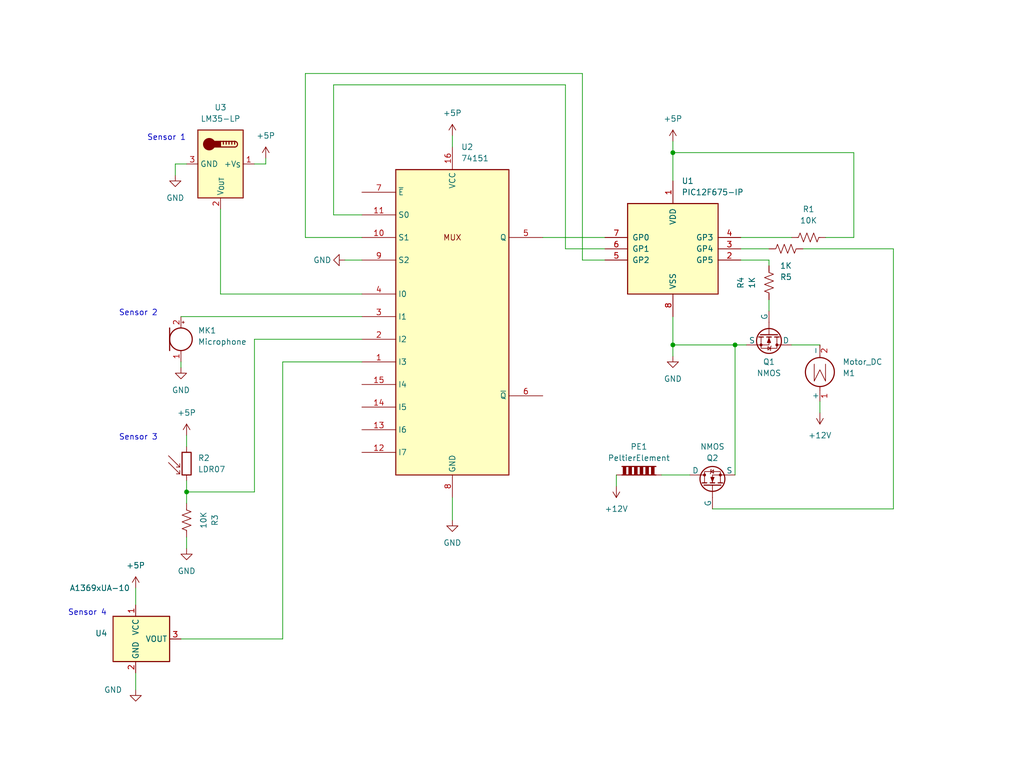
<source format=kicad_sch>
(kicad_sch (version 20230121) (generator eeschema)
  (paper "User" 229.997 170.002)
  (title_block (title "PIC10F220 and 74HC151 monitoring 4 sensors") (company "Ricardo Lima Caratti"))
  (lib_symbols
    (symbol "74xx_IEEE:74151"
      (property "Reference" "U" (at 10.16 35.56 0))
      (property "Value" "74151" (at 17.78 -40.64 0))
      (symbol "74151_0_0"
        (rectangle (start -12.7 33.02) (end 12.7 -35.56) (stroke (width 0.254)) (fill (type background)))
        (text "MUX" (at 0 17.78 0) (effects (font (size 1.27 1.27))))
        (pin power_in line (at 0 38.1 270) (length 5.08) (name "VCC") (number "16"))
        (pin power_in line (at 0 -40.64 90) (length 5.08) (name "GND") (number "8"))
      )
      (symbol "74151_1_1"
        (pin input line (at -20.32 -10.16 0) (length 7.62) (name "I3") (number "1"))
        (pin input line (at -20.32 17.78 0) (length 7.62) (name "S1") (number "10"))
        (pin input line (at -20.32 22.86 0) (length 7.62) (name "S0") (number "11"))
        (pin input line (at -20.32 -30.48 0) (length 7.62) (name "I7") (number "12"))
        (pin input line (at -20.32 -25.4 0) (length 7.62) (name "I6") (number "13"))
        (pin input line (at -20.32 -20.32 0) (length 7.62) (name "I5") (number "14"))
        (pin input line (at -20.32 -15.24 0) (length 7.62) (name "I4") (number "15"))
        (pin input line (at -20.32 -5.08 0) (length 7.62) (name "I2") (number "2"))
        (pin input line (at -20.32 0 0) (length 7.62) (name "I1") (number "3"))
        (pin input line (at -20.32 5.08 0) (length 7.62) (name "I0") (number "4"))
        (pin output line (at 20.32 17.78 180) (length 7.62) (name "Q") (number "5"))
        (pin output line (at 20.32 -17.78 180) (length 7.62) (name "~{Q}") (number "6"))
        (pin input line (at -20.32 27.94 0) (length 7.62) (name "~{E}") (number "7"))
        (pin input line (at -20.32 12.7 0) (length 7.62) (name "S2") (number "9"))
      )
    )
    (symbol "Device:Microphone" (pin_names (offset 0.0254) hide)
      (property "Reference" "MK" (at -3.81 1.27 0))
      (property "Value" "Microphone" (at -3.81 -0.635 0))
      (symbol "Microphone_0_1"
        (polyline (pts (xy -2.54 2.54) (xy -2.54 -2.54)) (stroke (width 0.254)))
        (polyline (pts (xy 0.254 3.81) (xy 0.762 3.81)))
        (polyline (pts (xy 0.508 4.064) (xy 0.508 3.556)))
        (circle (center 0 0) (radius 2.54) (stroke (width 0.254)))
      )
      (symbol "Microphone_1_1"
        (pin passive line (at 0 -5.08 90) (length 2.54) (name "-") (number "1"))
        (pin passive line (at 0 5.08 270) (length 2.54) (name "+") (number "2"))
      )
    )
    (symbol "Device:PeltierElement" (pin_numbers hide) (pin_names (offset 0))
      (property "Reference" "PE" (at 0 3.175 0))
      (property "Value" "PeltierElement" (at 0 -1.27 0))
      (symbol "PeltierElement_0_1"
        (rectangle (start -3.556 1.905) (end -2.921 0) (fill (type outline)))
        (rectangle (start -2.286 1.905) (end -1.651 0) (fill (type outline)))
        (rectangle (start -0.381 1.905) (end -1.016 0) (fill (type outline)))
        (polyline (pts (xy -3.81 0) (xy 3.81 0)) (stroke (width 0.254)) (fill (type outline)))
        (polyline (pts (xy -3.81 1.905) (xy 3.81 1.905)) (stroke (width 0.254)))
        (rectangle (start 0.889 1.905) (end 0.254 0) (fill (type outline)))
        (rectangle (start 1.524 0) (end 2.159 1.905) (fill (type outline)))
        (rectangle (start 2.794 0) (end 3.429 1.905) (fill (type outline)))
      )
      (symbol "PeltierElement_1_1"
        (pin passive line (at -5.08 0 0) (length 1.27) (name "~") (number "1"))
        (pin passive line (at 5.08 0 180) (length 1.27) (name "~") (number "2"))
      )
    )
    (symbol "Device:R_US" (pin_numbers hide) (pin_names (offset 0))
      (property "Reference" "R" (at 2.54 0 90))
      (property "Value" "R_US" (at -2.54 0 90))
      (symbol "R_US_0_1"
        (polyline (pts (xy 0 -2.286) (xy 0 -2.54)))
        (polyline (pts (xy 0 2.286) (xy 0 2.54)))
        (polyline (pts (xy 0 -0.762) (xy 1.016 -1.143) (xy 0 -1.524) (xy -1.016 -1.905) (xy 0 -2.286)))
        (polyline (pts (xy 0 0.762) (xy 1.016 0.381) (xy 0 0) (xy -1.016 -0.381) (xy 0 -0.762)))
        (polyline (pts (xy 0 2.286) (xy 1.016 1.905) (xy 0 1.524) (xy -1.016 1.143) (xy 0 0.762)))
      )
      (symbol "R_US_1_1"
        (pin passive line (at 0 3.81 270) (length 1.27) (name "~") (number "1"))
        (pin passive line (at 0 -3.81 90) (length 1.27) (name "~") (number "2"))
      )
    )
    (symbol "MCU_Microchip_PIC12:PIC12F675-IP" (pin_names (offset 1.016))
      (property "Reference" "U" (at 1.27 13.97 0))
      (property "Value" "PIC12F675-IP" (at 1.27 11.43 0))
      (symbol "PIC12F675-IP_0_1"
        (rectangle (start 10.16 -10.16) (end -10.16 10.16) (stroke (width 0.254)) (fill (type background)))
      )
      (symbol "PIC12F675-IP_1_1"
        (pin power_in line (at 0 15.24 270) (length 5.08) (name "VDD") (number "1"))
        (pin bidirectional line (at 15.24 -2.54 180) (length 5.08) (name "GP5") (number "2"))
        (pin bidirectional line (at 15.24 0 180) (length 5.08) (name "GP4") (number "3"))
        (pin input line (at 15.24 2.54 180) (length 5.08) (name "GP3") (number "4"))
        (pin bidirectional line (at -15.24 -2.54 0) (length 5.08) (name "GP2") (number "5"))
        (pin bidirectional line (at -15.24 0 0) (length 5.08) (name "GP1") (number "6"))
        (pin bidirectional line (at -15.24 2.54 0) (length 5.08) (name "GP0") (number "7"))
        (pin power_in line (at 0 -15.24 90) (length 5.08) (name "VSS") (number "8"))
      )
    )
    (symbol "Motor:Motor_DC" (pin_names (offset 0))
      (property "Reference" "M" (at 2.54 2.54 0))
      (property "Value" "Motor_DC" (at 2.54 -5.08 0))
      (symbol "Motor_DC_0_0"
        (polyline (pts (xy -1.27 -3.302) (xy -1.27 0.508) (xy 0 -2.032) (xy 1.27 0.508) (xy 1.27 -3.302)))
      )
      (symbol "Motor_DC_0_1"
        (circle (center 0 -1.524) (radius 3.2512) (stroke (width 0.254)))
        (polyline (pts (xy 0 -7.62) (xy 0 -7.112)))
        (polyline (pts (xy 0 -4.7752) (xy 0 -5.1816)))
        (polyline (pts (xy 0 1.7272) (xy 0 2.0828)))
        (polyline (pts (xy 0 2.032) (xy 0 2.54)))
      )
      (symbol "Motor_DC_1_1"
        (pin passive line (at 0 5.08 270) (length 2.54) (name "+") (number "1"))
        (pin passive line (at 0 -7.62 90) (length 2.54) (name "-") (number "2"))
      )
    )
    (symbol "Sensor_Current:A1369xUA-10"
      (property "Reference" "U" (at 8.89 6.35 0))
      (property "Value" "A1369xUA-10" (at 8.89 3.81 0))
      (symbol "A1369xUA-10_0_1"
        (rectangle (start -5.08 5.08) (end 7.62 -5.08) (stroke (width 0.254)) (fill (type background)))
      )
      (symbol "A1369xUA-10_1_1"
        (pin power_in line (at 0 7.62 270) (length 2.54) (name "VCC") (number "1"))
        (pin power_in line (at 0 -7.62 90) (length 2.54) (name "GND") (number "2"))
        (pin output line (at 10.16 0 180) (length 2.54) (name "VOUT") (number "3"))
      )
    )
    (symbol "Sensor_Optical:LDR07" (pin_numbers hide) (pin_names (offset 0))
      (property "Reference" "R" (at -5.08 0 90))
      (property "Value" "LDR07" (at 1.905 0 90))
      (symbol "LDR07_0_1"
        (rectangle (start -1.016 2.54) (end 1.016 -2.54) (stroke (width 0.254)))
        (polyline (pts (xy -1.524 -2.286) (xy -4.064 0.254)))
        (polyline (pts (xy -1.524 -2.286) (xy -2.286 -2.286)))
        (polyline (pts (xy -1.524 -2.286) (xy -1.524 -1.524)))
        (polyline (pts (xy -1.524 -0.762) (xy -4.064 1.778)))
        (polyline (pts (xy -1.524 -0.762) (xy -2.286 -0.762)))
        (polyline (pts (xy -1.524 -0.762) (xy -1.524 0)))
      )
      (symbol "LDR07_1_1"
        (pin passive line (at 0 3.81 270) (length 1.27) (name "~") (number "1"))
        (pin passive line (at 0 -3.81 90) (length 1.27) (name "~") (number "2"))
      )
    )
    (symbol "Sensor_Temperature:LM35-LP"
      (property "Reference" "U" (at -6.35 6.35 0))
      (property "Value" "LM35-LP" (at 1.27 6.35 0))
      (symbol "LM35-LP_0_1"
        (rectangle (start -7.62 5.08) (end 7.62 -5.08) (stroke (width 0.254)) (fill (type background)))
        (circle (center -4.445 -2.54) (radius 1.27) (stroke (width 0.254)) (fill (type outline)))
        (rectangle (start -3.81 -1.905) (end -5.08 0) (stroke (width 0.254)) (fill (type outline)))
        (arc (start -3.81 3.175) (mid -4.445 3.8073) (end -5.08 3.175) (stroke (width 0.254)))
        (polyline (pts (xy -5.08 0.635) (xy -4.445 0.635)) (stroke (width 0.254)))
        (polyline (pts (xy -5.08 1.27) (xy -4.445 1.27)) (stroke (width 0.254)))
        (polyline (pts (xy -5.08 1.905) (xy -4.445 1.905)) (stroke (width 0.254)))
        (polyline (pts (xy -5.08 2.54) (xy -4.445 2.54)) (stroke (width 0.254)))
        (polyline (pts (xy -5.08 3.175) (xy -5.08 0)) (stroke (width 0.254)))
        (polyline (pts (xy -5.08 3.175) (xy -4.445 3.175)) (stroke (width 0.254)))
        (polyline (pts (xy -3.81 3.175) (xy -3.81 0)) (stroke (width 0.254)))
      )
      (symbol "LM35-LP_1_1"
        (pin power_in line (at 0 7.62 270) (length 2.54) (name "+V_{S}") (number "1"))
        (pin output line (at 10.16 0 180) (length 2.54) (name "V_{OUT}") (number "2"))
        (pin power_in line (at 0 -7.62 90) (length 2.54) (name "GND") (number "3"))
      )
    )
    (symbol "Simulation_SPICE:NMOS" (pin_numbers hide) (pin_names (offset 0))
      (property "Reference" "Q" (at 5.08 1.27 0))
      (property "Value" "NMOS" (at 5.08 -1.27 0))
      (symbol "NMOS_0_1"
        (polyline (pts (xy 0.254 0) (xy -2.54 0)))
        (polyline (pts (xy 0.254 1.905) (xy 0.254 -1.905)) (stroke (width 0.254)))
        (polyline (pts (xy 0.762 -1.27) (xy 0.762 -2.286)) (stroke (width 0.254)))
        (polyline (pts (xy 0.762 0.508) (xy 0.762 -0.508)) (stroke (width 0.254)))
        (polyline (pts (xy 0.762 2.286) (xy 0.762 1.27)) (stroke (width 0.254)))
        (polyline (pts (xy 2.54 2.54) (xy 2.54 1.778)))
        (polyline (pts (xy 2.54 -2.54) (xy 2.54 0) (xy 0.762 0)))
        (polyline (pts (xy 0.762 -1.778) (xy 3.302 -1.778) (xy 3.302 1.778) (xy 0.762 1.778)))
        (polyline (pts (xy 1.016 0) (xy 2.032 0.381) (xy 2.032 -0.381) (xy 1.016 0)) (fill (type outline)))
        (polyline (pts (xy 2.794 0.508) (xy 2.921 0.381) (xy 3.683 0.381) (xy 3.81 0.254)))
        (polyline (pts (xy 3.302 0.381) (xy 2.921 -0.254) (xy 3.683 -0.254) (xy 3.302 0.381)))
        (circle (center 1.651 0) (radius 2.794) (stroke (width 0.254)))
        (circle (center 2.54 -1.778) (radius 0.254) (fill (type outline)))
        (circle (center 2.54 1.778) (radius 0.254) (fill (type outline)))
      )
      (symbol "NMOS_1_1"
        (pin passive line (at 2.54 5.08 270) (length 2.54) (name "D") (number "1"))
        (pin input line (at -5.08 0 0) (length 2.54) (name "G") (number "2"))
        (pin passive line (at 2.54 -5.08 90) (length 2.54) (name "S") (number "3"))
      )
    )
    (symbol "power:+12V" (power) (pin_names (offset 0))
      (property "Value" "+12V" (at 0 3.556 0))
      (symbol "+12V_0_1"
        (polyline (pts (xy -0.762 1.27) (xy 0 2.54)))
        (polyline (pts (xy 0 0) (xy 0 2.54)))
        (polyline (pts (xy 0 2.54) (xy 0.762 1.27)))
      )
      (symbol "+12V_1_1"
        (pin power_in line (at 0 0 90) (length 0) hide (name "+12V") (number "1"))
      )
    )
    (symbol "power:+5P" (power) (pin_names (offset 0))
      (property "Value" "+5P" (at 0 3.556 0))
      (symbol "+5P_0_1"
        (polyline (pts (xy -0.762 1.27) (xy 0 2.54)))
        (polyline (pts (xy 0 0) (xy 0 2.54)))
        (polyline (pts (xy 0 2.54) (xy 0.762 1.27)))
      )
      (symbol "+5P_1_1"
        (pin power_in line (at 0 0 90) (length 0) hide (name "+5P") (number "1"))
      )
    )
    (symbol "power:GND" (power) (pin_names (offset 0))
      (property "Value" "GND" (at 0 -3.81 0))
      (symbol "GND_0_1"
        (polyline (pts (xy 0 0) (xy 0 -1.27) (xy 1.27 -1.27) (xy 0 -2.54) (xy -1.27 -1.27) (xy 0 -1.27)))
      )
      (symbol "GND_1_1"
        (pin power_in line (at 0 0 270) (length 0) hide (name "GND") (number "1"))
      )
    )
  )
  (junction (at 151.13 34.29))
  (junction (at 41.91 110.49))
  (junction (at 165.1 77.47))
  (junction (at 151.13 77.47))
  (wire (pts (xy 81.28 53.34) (xy 68.58 53.34)))
  (wire (pts (xy 41.91 36.83) (xy 39.37 36.83)))
  (wire (pts (xy 74.93 19.05) (xy 127 19.05)))
  (wire (pts (xy 172.72 58.42) (xy 172.72 59.69)))
  (wire (pts (xy 68.58 53.34) (xy 68.58 16.51)))
  (wire (pts (xy 41.91 97.79) (xy 41.91 100.33)))
  (wire (pts (xy 172.72 67.31) (xy 172.72 69.85)))
  (wire (pts (xy 166.37 58.42) (xy 172.72 58.42)))
  (wire (pts (xy 165.1 77.47) (xy 165.1 106.68)))
  (wire (pts (xy 57.15 36.83) (xy 59.69 36.83)))
  (wire (pts (xy 138.43 106.68) (xy 138.43 109.22)))
  (wire (pts (xy 148.59 106.68) (xy 154.94 106.68)))
  (wire (pts (xy 191.77 34.29) (xy 151.13 34.29)))
  (wire (pts (xy 130.81 58.42) (xy 135.89 58.42)))
  (wire (pts (xy 130.81 16.51) (xy 130.81 58.42)))
  (wire (pts (xy 177.8 77.47) (xy 184.15 77.47)))
  (wire (pts (xy 30.48 132.08) (xy 30.48 135.89)))
  (wire (pts (xy 151.13 34.29) (xy 151.13 40.64)))
  (wire (pts (xy 101.6 30.48) (xy 101.6 33.02)))
  (wire (pts (xy 41.91 110.49) (xy 41.91 113.03)))
  (wire (pts (xy 184.15 90.17) (xy 184.15 92.71)))
  (wire (pts (xy 68.58 16.51) (xy 130.81 16.51)))
  (wire (pts (xy 200.66 55.88) (xy 200.66 114.3)))
  (wire (pts (xy 81.28 48.26) (xy 74.93 48.26)))
  (wire (pts (xy 57.15 110.49) (xy 41.91 110.49)))
  (wire (pts (xy 151.13 31.75) (xy 151.13 34.29)))
  (wire (pts (xy 40.64 71.12) (xy 81.28 71.12)))
  (wire (pts (xy 151.13 71.12) (xy 151.13 77.47)))
  (wire (pts (xy 40.64 143.51) (xy 63.5 143.51)))
  (wire (pts (xy 166.37 55.88) (xy 172.72 55.88)))
  (wire (pts (xy 49.53 66.04) (xy 81.28 66.04)))
  (wire (pts (xy 49.53 46.99) (xy 49.53 66.04)))
  (wire (pts (xy 101.6 111.76) (xy 101.6 116.84)))
  (wire (pts (xy 151.13 77.47) (xy 151.13 80.01)))
  (wire (pts (xy 121.92 53.34) (xy 135.89 53.34)))
  (wire (pts (xy 166.37 53.34) (xy 177.8 53.34)))
  (wire (pts (xy 127 55.88) (xy 135.89 55.88)))
  (wire (pts (xy 63.5 143.51) (xy 63.5 81.28)))
  (wire (pts (xy 63.5 81.28) (xy 81.28 81.28)))
  (wire (pts (xy 41.91 120.65) (xy 41.91 123.19)))
  (wire (pts (xy 30.48 151.13) (xy 30.48 154.94)))
  (wire (pts (xy 81.28 76.2) (xy 57.15 76.2)))
  (wire (pts (xy 185.42 53.34) (xy 191.77 53.34)))
  (wire (pts (xy 57.15 76.2) (xy 57.15 110.49)))
  (wire (pts (xy 191.77 53.34) (xy 191.77 34.29)))
  (wire (pts (xy 74.93 48.26) (xy 74.93 19.05)))
  (wire (pts (xy 180.34 55.88) (xy 200.66 55.88)))
  (wire (pts (xy 40.64 81.28) (xy 40.64 82.55)))
  (wire (pts (xy 39.37 36.83) (xy 39.37 39.37)))
  (wire (pts (xy 77.47 58.42) (xy 81.28 58.42)))
  (wire (pts (xy 165.1 77.47) (xy 167.64 77.47)))
  (wire (pts (xy 41.91 107.95) (xy 41.91 110.49)))
  (wire (pts (xy 151.13 77.47) (xy 165.1 77.47)))
  (wire (pts (xy 59.69 36.83) (xy 59.69 35.56)))
  (wire (pts (xy 127 19.05) (xy 127 55.88)))
  (wire (pts (xy 200.66 114.3) (xy 160.02 114.3)))
  (text "Sensor 4" (at 15.24 138.43 0) (effects (font (size 1.27 1.27)) (justify left bottom)))
  (text "Sensor 3" (at 26.67 99.06 0) (effects (font (size 1.27 1.27)) (justify left bottom)))
  (text "Sensor 2" (at 26.67 71.12 0) (effects (font (size 1.27 1.27)) (justify left bottom)))
  (text "Sensor 1" (at 33.02 31.75 0) (effects (font (size 1.27 1.27)) (justify left bottom)))
  (symbol (lib_id "Device:R_US") (at 41.91 116.84 0) (unit 1)
    (property "Reference" "R3" (at 48.26 116.84 90))
    (property "Value" "10K" (at 45.72 116.84 90))
  )
  (symbol (lib_id "Device:Microphone") (at 40.64 76.2 0) (unit 1)
    (property "Reference" "MK1" (at 44.45 74.2315 0) (effects (justify left)))
    (property "Value" "Microphone" (at 44.45 76.7715 0) (effects (justify left)))
  )
  (symbol (lib_id "power:GND") (at 101.6 116.84 0) (unit 1)
    (property "Reference" "#PWR02" (effects hide))
    (property "Value" "GND" (at 101.6 121.92 0))
  )
  (symbol (lib_id "Device:R_US") (at 181.61 53.34 90) (unit 1)
    (property "Reference" "R1" (at 181.61 46.99 90))
    (property "Value" "10K" (at 181.61 49.53 90))
  )
  (symbol (lib_id "power:GND") (at 40.64 82.55 0) (unit 1)
    (property "Reference" "#PWR08" (effects hide))
    (property "Value" "GND" (at 40.64 87.63 0))
  )
  (symbol (lib_id "Simulation_SPICE:NMOS") (at 160.02 109.22 90) (unit 1)
    (property "Reference" "Q2" (at 160.02 102.87 90))
    (property "Value" "NMOS" (at 160.02 100.33 90))
    (property "Datasheet" "https://ngspice.sourceforge.io/docs/ngspice-manual.pdf" (effects hide))
    (property "Sim.Device" "NMOS" (effects hide))
    (property "Sim.Type" "VDMOS" (effects hide))
    (property "Sim.Pins" "1=D 2=G 3=S" (effects hide))
  )
  (symbol (lib_id "power:GND") (at 151.13 80.01 0) (unit 1)
    (property "Reference" "#PWR03" (effects hide))
    (property "Value" "GND" (at 151.13 85.09 0))
  )
  (symbol (lib_id "power:+5P") (at 151.13 31.75 0) (unit 1)
    (property "Reference" "#PWR01" (effects hide))
    (property "Value" "+5P" (at 151.13 26.67 0))
  )
  (symbol (lib_id "power:+5P") (at 101.6 30.48 0) (unit 1)
    (property "Reference" "#PWR04" (effects hide))
    (property "Value" "+5P" (at 101.6 25.4 0))
  )
  (symbol (lib_id "Device:R_US") (at 176.53 55.88 270) (unit 1)
    (property "Reference" "R5" (at 176.53 62.23 90))
    (property "Value" "1K" (at 176.53 59.69 90))
  )
  (symbol (lib_id "power:GND") (at 77.47 58.42 270) (unit 1)
    (property "Reference" "#PWR05" (effects hide))
    (property "Value" "GND" (at 72.39 58.42 90))
  )
  (symbol (lib_id "74xx_IEEE:74151") (at 101.6 71.12 0) (unit 1)
    (property "Reference" "U2" (at 103.5559 33.02 0) (effects (justify left)))
    (property "Value" "74151" (at 103.5559 35.56 0) (effects (justify left)))
  )
  (symbol (lib_id "Motor:Motor_DC") (at 184.15 85.09 0) (mirror x) (unit 1)
    (property "Reference" "M1" (at 189.23 83.82 0) (effects (justify left)))
    (property "Value" "Motor_DC" (at 189.23 81.28 0) (effects (justify left)))
  )
  (symbol (lib_id "power:+5P") (at 30.48 132.08 0) (unit 1)
    (property "Reference" "#PWR012" (effects hide))
    (property "Value" "+5P" (at 30.48 127 0))
  )
  (symbol (lib_id "MCU_Microchip_PIC12:PIC12F675-IP") (at 151.13 55.88 0) (unit 1)
    (property "Reference" "U1" (at 153.0859 40.64 0) (effects (justify left)))
    (property "Value" "PIC12F675-IP" (at 153.0859 43.18 0) (effects (justify left)))
    (property "Footprint" "Package_DIP:DIP-8_W7.62mm" (effects hide))
    (property "Datasheet" "http://ww1.microchip.com/downloads/en/DeviceDoc/41190G.pdf" (effects hide))
  )
  (symbol (lib_id "power:GND") (at 30.48 154.94 0) (unit 1)
    (property "Reference" "#PWR011" (effects hide))
    (property "Value" "GND" (at 25.4 154.94 0))
  )
  (symbol (lib_id "Device:R_US") (at 172.72 63.5 180) (unit 1)
    (property "Reference" "R4" (at 166.37 63.5 90))
    (property "Value" "1K" (at 168.91 63.5 90))
  )
  (symbol (lib_id "power:GND") (at 41.91 123.19 0) (unit 1)
    (property "Reference" "#PWR09" (effects hide))
    (property "Value" "GND" (at 41.91 128.27 0))
  )
  (symbol (lib_id "Device:PeltierElement") (at 143.51 106.68 0) (unit 1)
    (property "Reference" "PE1" (at 143.51 100.33 0))
    (property "Value" "PeltierElement" (at 143.51 102.87 0))
  )
  (symbol (lib_id "power:GND") (at 39.37 39.37 0) (unit 1)
    (property "Reference" "#PWR07" (effects hide))
    (property "Value" "GND" (at 39.37 44.45 0))
  )
  (symbol (lib_id "power:+12V") (at 184.15 92.71 180) (unit 1)
    (property "Reference" "#PWR013" (effects hide))
    (property "Value" "+12V" (at 184.15 97.79 0))
  )
  (symbol (lib_id "Sensor_Current:A1369xUA-10") (at 30.48 143.51 0) (unit 1)
    (property "Reference" "U4" (at 24.13 142.24 0) (effects (justify right)))
    (property "Value" "A1369xUA-10" (at 29.21 132.08 0) (effects (justify right)))
    (property "Footprint" "Sensor_Current:Allegro_SIP-3" (effects hide))
    (property "Datasheet" "http://www.allegromicro.com/~/media/Files/Datasheets/A1369-Datasheet.ashx?la=en" (effects hide))
  )
  (symbol (lib_id "Simulation_SPICE:NMOS") (at 172.72 74.93 270) (unit 1)
    (property "Reference" "Q1" (at 172.72 81.28 90))
    (property "Value" "NMOS" (at 172.72 83.82 90))
    (property "Datasheet" "https://ngspice.sourceforge.io/docs/ngspice-manual.pdf" (effects hide))
    (property "Sim.Device" "NMOS" (effects hide))
    (property "Sim.Type" "VDMOS" (effects hide))
    (property "Sim.Pins" "1=D 2=G 3=S" (effects hide))
  )
  (symbol (lib_id "power:+5P") (at 59.69 35.56 0) (unit 1)
    (property "Reference" "#PWR06" (effects hide))
    (property "Value" "+5P" (at 59.69 30.48 0))
  )
  (symbol (lib_id "power:+5P") (at 41.91 97.79 0) (unit 1)
    (property "Reference" "#PWR010" (effects hide))
    (property "Value" "+5P" (at 41.91 92.71 0))
  )
  (symbol (lib_id "power:+12V") (at 138.43 109.22 180) (unit 1)
    (property "Reference" "#PWR014" (effects hide))
    (property "Value" "+12V" (at 138.43 114.3 0))
  )
  (symbol (lib_id "Sensor_Optical:LDR07") (at 41.91 104.14 0) (unit 1)
    (property "Reference" "R2" (at 44.45 102.87 0) (effects (justify left)))
    (property "Value" "LDR07" (at 44.45 105.41 0) (effects (justify left)))
    (property "Footprint" "OptoDevice:R_LDR_5.1x4.3mm_P3.4mm_Vertical" (effects hide))
    (property "Datasheet" "http://www.tme.eu/de/Document/f2e3ad76a925811312d226c31da4cd7e/LDR07.pdf" (effects hide))
  )
  (symbol (lib_id "Sensor_Temperature:LM35-LP") (at 49.53 36.83 270) (unit 1)
    (property "Reference" "U3" (at 49.53 24.13 90))
    (property "Value" "LM35-LP" (at 49.53 26.67 90))
    (property "Footprint" "Package_TO_SOT_THT:TO-92_Inline" (effects hide))
    (property "Datasheet" "http://www.ti.com/lit/ds/symlink/lm35.pdf" (effects hide))
  )
)
</source>
